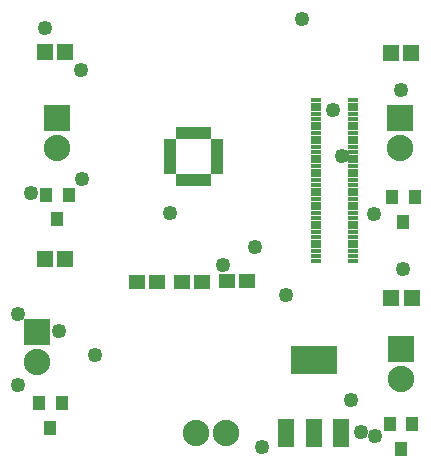
<source format=gts>
G04 MADE WITH FRITZING*
G04 WWW.FRITZING.ORG*
G04 DOUBLE SIDED*
G04 HOLES PLATED*
G04 CONTOUR ON CENTER OF CONTOUR VECTOR*
%ASAXBY*%
%FSLAX23Y23*%
%MOIN*%
%OFA0B0*%
%SFA1.0B1.0*%
%ADD10C,0.088000*%
%ADD11C,0.049370*%
%ADD12R,0.088000X0.088000*%
%ADD13R,0.041496X0.045433*%
%ADD14R,0.057244X0.053307*%
%ADD15R,0.041496X0.021811*%
%ADD16R,0.021811X0.041496*%
%ADD17R,0.058000X0.098000*%
%ADD18R,0.151732X0.096614*%
%ADD19R,0.053307X0.049370*%
%ADD20R,0.037542X0.017875*%
%ADD21R,0.037542X0.017861*%
%ADD22R,0.037542X0.017847*%
%ADD23R,0.037556X0.017875*%
%ADD24R,0.037556X0.017861*%
%ADD25R,0.037556X0.017847*%
%LNMASK1*%
G90*
G70*
G54D10*
X1334Y1216D03*
X1334Y1116D03*
X1336Y448D03*
X1336Y348D03*
X190Y1218D03*
X190Y1118D03*
X122Y503D03*
X122Y403D03*
G54D11*
X1336Y1311D03*
X1170Y278D03*
X1246Y896D03*
X873Y121D03*
X1248Y158D03*
X104Y966D03*
X58Y327D03*
X197Y508D03*
X315Y425D03*
X149Y1517D03*
X1108Y1242D03*
X269Y1378D03*
X272Y1014D03*
X1138Y1091D03*
X1007Y1548D03*
X59Y563D03*
G54D10*
X754Y167D03*
X654Y167D03*
G54D11*
X849Y785D03*
X741Y725D03*
X566Y901D03*
X953Y628D03*
X1343Y712D03*
X1202Y169D03*
G54D12*
X1334Y1216D03*
X1336Y448D03*
X190Y1218D03*
X122Y503D03*
G54D13*
X205Y265D03*
X130Y265D03*
X167Y183D03*
X228Y961D03*
X153Y961D03*
X190Y879D03*
X1374Y196D03*
X1300Y196D03*
X1337Y113D03*
X1381Y952D03*
X1306Y952D03*
X1344Y870D03*
G54D14*
X150Y747D03*
X217Y747D03*
X149Y1435D03*
X216Y1435D03*
X1304Y616D03*
X1371Y616D03*
X1303Y1433D03*
X1370Y1433D03*
G54D15*
X565Y1117D03*
X723Y1058D03*
X723Y1137D03*
X565Y1098D03*
G54D16*
X634Y1167D03*
G54D15*
X565Y1078D03*
X723Y1098D03*
X565Y1058D03*
G54D16*
X673Y1167D03*
G54D15*
X565Y1039D03*
G54D16*
X595Y1167D03*
X595Y1009D03*
G54D15*
X723Y1078D03*
G54D16*
X614Y1009D03*
G54D15*
X723Y1117D03*
G54D16*
X634Y1009D03*
X693Y1167D03*
X654Y1009D03*
X654Y1167D03*
X673Y1009D03*
X614Y1167D03*
X693Y1009D03*
G54D15*
X723Y1039D03*
X565Y1137D03*
G54D17*
X954Y167D03*
X1045Y167D03*
X1136Y167D03*
G54D18*
X1045Y411D03*
G54D19*
X456Y671D03*
X523Y671D03*
X822Y674D03*
X756Y674D03*
X605Y671D03*
X672Y671D03*
G54D20*
X1054Y741D03*
X1054Y757D03*
G54D21*
X1054Y773D03*
X1054Y789D03*
G54D20*
X1054Y804D03*
G54D21*
X1054Y820D03*
X1054Y836D03*
G54D22*
X1054Y852D03*
X1054Y867D03*
G54D21*
X1054Y883D03*
X1054Y899D03*
G54D22*
X1054Y915D03*
G54D21*
X1054Y930D03*
G54D20*
X1054Y946D03*
X1054Y962D03*
X1054Y978D03*
G54D21*
X1054Y993D03*
X1054Y1009D03*
G54D20*
X1054Y1025D03*
X1054Y1041D03*
G54D21*
X1054Y1056D03*
G54D22*
X1054Y1072D03*
X1054Y1088D03*
G54D21*
X1054Y1104D03*
X1054Y1119D03*
X1054Y1135D03*
G54D22*
X1054Y1151D03*
G54D20*
X1054Y1167D03*
X1054Y1182D03*
X1054Y1198D03*
G54D21*
X1054Y1214D03*
X1054Y1230D03*
G54D20*
X1054Y1245D03*
X1054Y1261D03*
G54D21*
X1054Y1277D03*
G54D23*
X1176Y741D03*
X1176Y757D03*
G54D24*
X1176Y773D03*
X1176Y789D03*
G54D23*
X1176Y804D03*
G54D24*
X1176Y820D03*
X1176Y836D03*
G54D25*
X1176Y852D03*
X1176Y867D03*
G54D24*
X1176Y883D03*
X1176Y899D03*
G54D25*
X1176Y915D03*
G54D24*
X1176Y930D03*
G54D23*
X1176Y946D03*
X1176Y962D03*
X1176Y978D03*
G54D24*
X1176Y993D03*
X1176Y1009D03*
G54D23*
X1176Y1025D03*
X1176Y1041D03*
G54D24*
X1176Y1056D03*
G54D25*
X1176Y1072D03*
X1176Y1088D03*
G54D24*
X1176Y1104D03*
X1176Y1119D03*
X1176Y1135D03*
G54D25*
X1176Y1151D03*
G54D23*
X1176Y1167D03*
X1176Y1182D03*
X1176Y1198D03*
G54D24*
X1176Y1214D03*
X1176Y1230D03*
G54D23*
X1176Y1245D03*
X1176Y1261D03*
G54D24*
X1176Y1277D03*
G04 End of Mask1*
M02*
</source>
